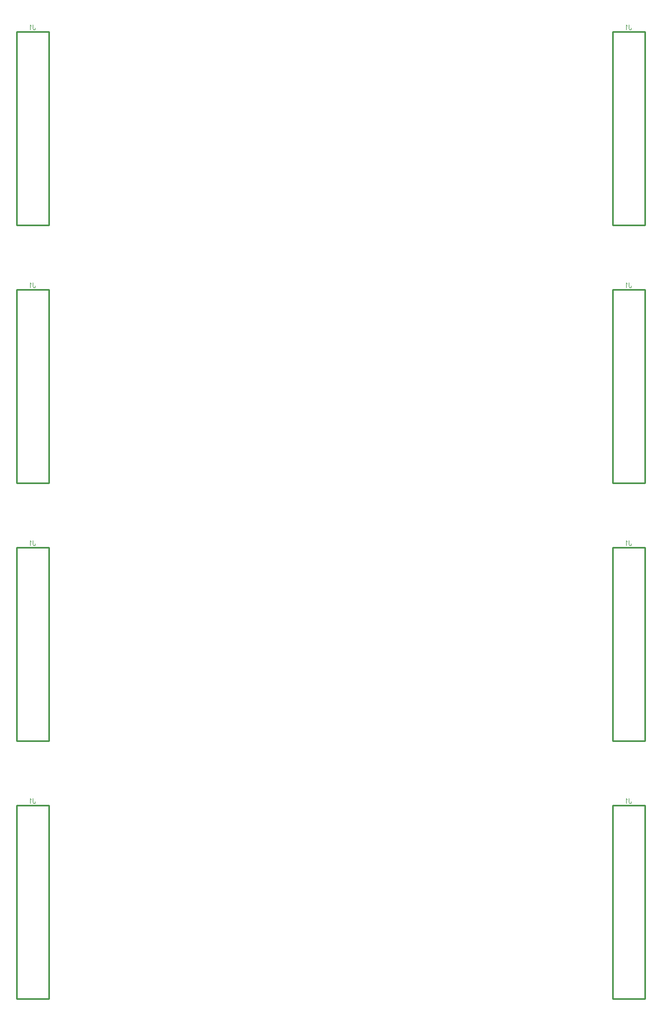
<source format=gbr>
G04 DipTrace 2.4.0.2*
%INBottomSilk.gbr*%
%MOIN*%
%ADD10C,0.0098*%
%ADD84C,0.0046*%
%FSLAX44Y44*%
G04*
G70*
G90*
G75*
G01*
%LNBotSilk*%
%LPD*%
X35440Y18440D2*
D10*
X37440D1*
Y6440D1*
X35440D1*
Y18440D1*
X36451Y18879D2*
D84*
Y18650D1*
X36465Y18607D1*
X36479Y18592D1*
X36508Y18578D1*
X36537D1*
X36565Y18592D1*
X36580Y18607D1*
X36594Y18650D1*
Y18678D1*
X36358Y18822D2*
X36329Y18836D1*
X36286Y18879D1*
Y18578D1*
X72440Y18440D2*
D10*
X74440D1*
Y6440D1*
X72440D1*
Y18440D1*
X73451Y18879D2*
D84*
Y18650D1*
X73465Y18607D1*
X73479Y18592D1*
X73508Y18578D1*
X73537D1*
X73565Y18592D1*
X73580Y18607D1*
X73594Y18650D1*
Y18678D1*
X73358Y18822D2*
X73329Y18836D1*
X73286Y18879D1*
Y18578D1*
X35440Y34440D2*
D10*
X37440D1*
Y22440D1*
X35440D1*
Y34440D1*
X36451Y34879D2*
D84*
Y34650D1*
X36465Y34607D1*
X36479Y34592D1*
X36508Y34578D1*
X36537D1*
X36565Y34592D1*
X36580Y34607D1*
X36594Y34650D1*
Y34678D1*
X36358Y34822D2*
X36329Y34836D1*
X36286Y34879D1*
Y34578D1*
X72440Y34440D2*
D10*
X74440D1*
Y22440D1*
X72440D1*
Y34440D1*
X73451Y34879D2*
D84*
Y34650D1*
X73465Y34607D1*
X73479Y34592D1*
X73508Y34578D1*
X73537D1*
X73565Y34592D1*
X73580Y34607D1*
X73594Y34650D1*
Y34678D1*
X73358Y34822D2*
X73329Y34836D1*
X73286Y34879D1*
Y34578D1*
X35440Y50440D2*
D10*
X37440D1*
Y38440D1*
X35440D1*
Y50440D1*
X36451Y50879D2*
D84*
Y50650D1*
X36465Y50607D1*
X36479Y50592D1*
X36508Y50578D1*
X36537D1*
X36565Y50592D1*
X36580Y50607D1*
X36594Y50650D1*
Y50678D1*
X36358Y50822D2*
X36329Y50836D1*
X36286Y50879D1*
Y50578D1*
X72440Y50440D2*
D10*
X74440D1*
Y38440D1*
X72440D1*
Y50440D1*
X73451Y50879D2*
D84*
Y50650D1*
X73465Y50607D1*
X73479Y50592D1*
X73508Y50578D1*
X73537D1*
X73565Y50592D1*
X73580Y50607D1*
X73594Y50650D1*
Y50678D1*
X73358Y50822D2*
X73329Y50836D1*
X73286Y50879D1*
Y50578D1*
X35440Y66440D2*
D10*
X37440D1*
Y54440D1*
X35440D1*
Y66440D1*
X36451Y66879D2*
D84*
Y66650D1*
X36465Y66607D1*
X36479Y66592D1*
X36508Y66578D1*
X36537D1*
X36565Y66592D1*
X36580Y66607D1*
X36594Y66650D1*
Y66678D1*
X36358Y66822D2*
X36329Y66836D1*
X36286Y66879D1*
Y66578D1*
X72440Y66440D2*
D10*
X74440D1*
Y54440D1*
X72440D1*
Y66440D1*
X73451Y66879D2*
D84*
Y66650D1*
X73465Y66607D1*
X73479Y66592D1*
X73508Y66578D1*
X73537D1*
X73565Y66592D1*
X73580Y66607D1*
X73594Y66650D1*
Y66678D1*
X73358Y66822D2*
X73329Y66836D1*
X73286Y66879D1*
Y66578D1*
M02*

</source>
